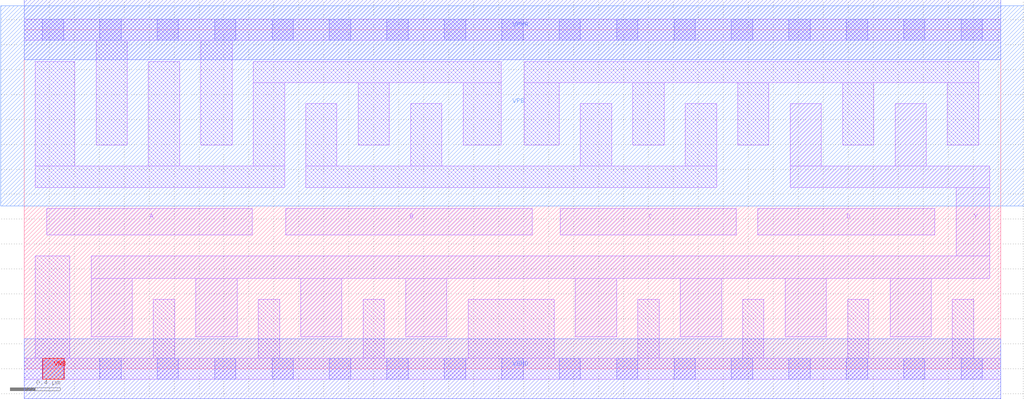
<source format=lef>
# Copyright 2020 The SkyWater PDK Authors
#
# Licensed under the Apache License, Version 2.0 (the "License");
# you may not use this file except in compliance with the License.
# You may obtain a copy of the License at
#
#     https://www.apache.org/licenses/LICENSE-2.0
#
# Unless required by applicable law or agreed to in writing, software
# distributed under the License is distributed on an "AS IS" BASIS,
# WITHOUT WARRANTIES OR CONDITIONS OF ANY KIND, either express or implied.
# See the License for the specific language governing permissions and
# limitations under the License.
#
# SPDX-License-Identifier: Apache-2.0

VERSION 5.7 ;
  NOWIREEXTENSIONATPIN ON ;
  DIVIDERCHAR "/" ;
  BUSBITCHARS "[]" ;
MACRO sky130_fd_sc_hd__nor4_4
  CLASS CORE ;
  FOREIGN sky130_fd_sc_hd__nor4_4 ;
  ORIGIN  0.000000  0.000000 ;
  SIZE  7.820000 BY  2.720000 ;
  SYMMETRY X Y R90 ;
  SITE unithd ;
  PIN A
    ANTENNAGATEAREA  0.990000 ;
    DIRECTION INPUT ;
    USE SIGNAL ;
    PORT
      LAYER li1 ;
        RECT 0.180000 1.075000 1.825000 1.285000 ;
    END
  END A
  PIN B
    ANTENNAGATEAREA  0.990000 ;
    DIRECTION INPUT ;
    USE SIGNAL ;
    PORT
      LAYER li1 ;
        RECT 2.095000 1.075000 4.070000 1.285000 ;
    END
  END B
  PIN C
    ANTENNAGATEAREA  0.990000 ;
    DIRECTION INPUT ;
    USE SIGNAL ;
    PORT
      LAYER li1 ;
        RECT 4.295000 1.075000 5.705000 1.285000 ;
    END
  END C
  PIN D
    ANTENNAGATEAREA  0.990000 ;
    DIRECTION INPUT ;
    USE SIGNAL ;
    PORT
      LAYER li1 ;
        RECT 5.875000 1.075000 7.295000 1.285000 ;
    END
  END D
  PIN VNB
    PORT
      LAYER pwell ;
        RECT 0.150000 -0.085000 0.320000 0.085000 ;
    END
  END VNB
  PIN VPB
    PORT
      LAYER nwell ;
        RECT -0.190000 1.305000 8.010000 2.910000 ;
    END
  END VPB
  PIN Y
    ANTENNADIFFAREA  1.944000 ;
    DIRECTION OUTPUT ;
    USE SIGNAL ;
    PORT
      LAYER li1 ;
        RECT 0.535000 0.255000 0.865000 0.725000 ;
        RECT 0.535000 0.725000 7.735000 0.905000 ;
        RECT 1.375000 0.255000 1.705000 0.725000 ;
        RECT 2.215000 0.255000 2.545000 0.725000 ;
        RECT 3.055000 0.255000 3.385000 0.725000 ;
        RECT 4.415000 0.255000 4.745000 0.725000 ;
        RECT 5.255000 0.255000 5.585000 0.725000 ;
        RECT 6.095000 0.255000 6.425000 0.725000 ;
        RECT 6.135000 1.455000 7.735000 1.625000 ;
        RECT 6.135000 1.625000 6.385000 2.125000 ;
        RECT 6.935000 0.255000 7.265000 0.725000 ;
        RECT 6.975000 1.625000 7.225000 2.125000 ;
        RECT 7.465000 0.905000 7.735000 1.455000 ;
    END
  END Y
  PIN VGND
    DIRECTION INOUT ;
    SHAPE ABUTMENT ;
    USE GROUND ;
    PORT
      LAYER met1 ;
        RECT 0.000000 -0.240000 7.820000 0.240000 ;
    END
  END VGND
  PIN VPWR
    DIRECTION INOUT ;
    SHAPE ABUTMENT ;
    USE POWER ;
    PORT
      LAYER met1 ;
        RECT 0.000000 2.480000 7.820000 2.960000 ;
    END
  END VPWR
  OBS
    LAYER li1 ;
      RECT 0.000000 -0.085000 7.820000 0.085000 ;
      RECT 0.000000  2.635000 7.820000 2.805000 ;
      RECT 0.090000  0.085000 0.365000 0.905000 ;
      RECT 0.090000  1.455000 2.085000 1.625000 ;
      RECT 0.090000  1.625000 0.405000 2.465000 ;
      RECT 0.575000  1.795000 0.825000 2.635000 ;
      RECT 0.995000  1.625000 1.245000 2.465000 ;
      RECT 1.035000  0.085000 1.205000 0.555000 ;
      RECT 1.415000  1.795000 1.665000 2.635000 ;
      RECT 1.835000  1.625000 2.085000 2.295000 ;
      RECT 1.835000  2.295000 3.820000 2.465000 ;
      RECT 1.875000  0.085000 2.045000 0.555000 ;
      RECT 2.255000  1.455000 5.545000 1.625000 ;
      RECT 2.255000  1.625000 2.505000 2.125000 ;
      RECT 2.675000  1.795000 2.925000 2.295000 ;
      RECT 2.715000  0.085000 2.885000 0.555000 ;
      RECT 3.095000  1.625000 3.345000 2.125000 ;
      RECT 3.515000  1.795000 3.820000 2.295000 ;
      RECT 3.555000  0.085000 4.245000 0.555000 ;
      RECT 4.005000  1.795000 4.285000 2.295000 ;
      RECT 4.005000  2.295000 7.645000 2.465000 ;
      RECT 4.455000  1.625000 4.705000 2.125000 ;
      RECT 4.875000  1.795000 5.125000 2.295000 ;
      RECT 4.915000  0.085000 5.085000 0.555000 ;
      RECT 5.295000  1.625000 5.545000 2.125000 ;
      RECT 5.715000  1.795000 5.965000 2.295000 ;
      RECT 5.755000  0.085000 5.925000 0.555000 ;
      RECT 6.555000  1.795000 6.805000 2.295000 ;
      RECT 6.595000  0.085000 6.765000 0.555000 ;
      RECT 7.395000  1.795000 7.645000 2.295000 ;
      RECT 7.435000  0.085000 7.605000 0.555000 ;
    LAYER mcon ;
      RECT 0.145000 -0.085000 0.315000 0.085000 ;
      RECT 0.145000  2.635000 0.315000 2.805000 ;
      RECT 0.605000 -0.085000 0.775000 0.085000 ;
      RECT 0.605000  2.635000 0.775000 2.805000 ;
      RECT 1.065000 -0.085000 1.235000 0.085000 ;
      RECT 1.065000  2.635000 1.235000 2.805000 ;
      RECT 1.525000 -0.085000 1.695000 0.085000 ;
      RECT 1.525000  2.635000 1.695000 2.805000 ;
      RECT 1.985000 -0.085000 2.155000 0.085000 ;
      RECT 1.985000  2.635000 2.155000 2.805000 ;
      RECT 2.445000 -0.085000 2.615000 0.085000 ;
      RECT 2.445000  2.635000 2.615000 2.805000 ;
      RECT 2.905000 -0.085000 3.075000 0.085000 ;
      RECT 2.905000  2.635000 3.075000 2.805000 ;
      RECT 3.365000 -0.085000 3.535000 0.085000 ;
      RECT 3.365000  2.635000 3.535000 2.805000 ;
      RECT 3.825000 -0.085000 3.995000 0.085000 ;
      RECT 3.825000  2.635000 3.995000 2.805000 ;
      RECT 4.285000 -0.085000 4.455000 0.085000 ;
      RECT 4.285000  2.635000 4.455000 2.805000 ;
      RECT 4.745000 -0.085000 4.915000 0.085000 ;
      RECT 4.745000  2.635000 4.915000 2.805000 ;
      RECT 5.205000 -0.085000 5.375000 0.085000 ;
      RECT 5.205000  2.635000 5.375000 2.805000 ;
      RECT 5.665000 -0.085000 5.835000 0.085000 ;
      RECT 5.665000  2.635000 5.835000 2.805000 ;
      RECT 6.125000 -0.085000 6.295000 0.085000 ;
      RECT 6.125000  2.635000 6.295000 2.805000 ;
      RECT 6.585000 -0.085000 6.755000 0.085000 ;
      RECT 6.585000  2.635000 6.755000 2.805000 ;
      RECT 7.045000 -0.085000 7.215000 0.085000 ;
      RECT 7.045000  2.635000 7.215000 2.805000 ;
      RECT 7.505000 -0.085000 7.675000 0.085000 ;
      RECT 7.505000  2.635000 7.675000 2.805000 ;
  END
END sky130_fd_sc_hd__nor4_4
END LIBRARY

</source>
